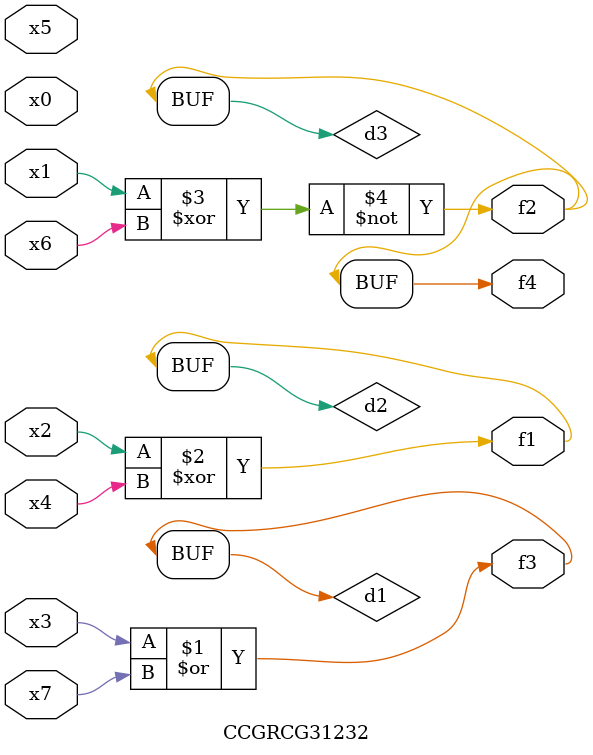
<source format=v>
module CCGRCG31232(
	input x0, x1, x2, x3, x4, x5, x6, x7,
	output f1, f2, f3, f4
);

	wire d1, d2, d3;

	or (d1, x3, x7);
	xor (d2, x2, x4);
	xnor (d3, x1, x6);
	assign f1 = d2;
	assign f2 = d3;
	assign f3 = d1;
	assign f4 = d3;
endmodule

</source>
